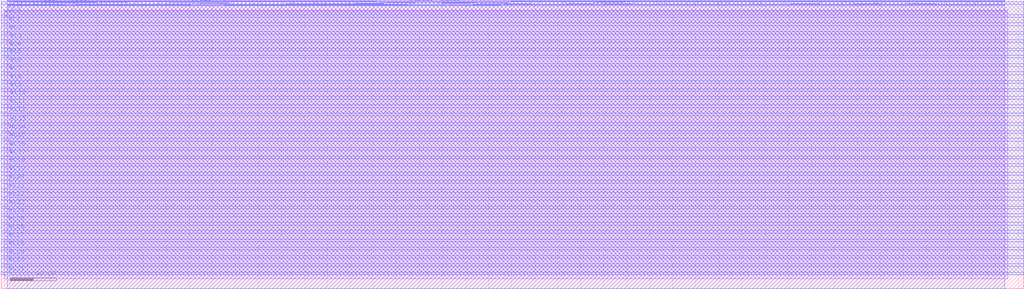
<source format=lef>
VERSION 5.7 ;
  NOWIREEXTENSIONATPIN ON ;
  DIVIDERCHAR "/" ;
  BUSBITCHARS "[]" ;
MACRO IMPACTSram
  CLASS BLOCK ;
  FOREIGN IMPACTSram ;
  ORIGIN 0.790 43.350 ;
  SIZE 221.940 BY 62.720 ;
  PIN BL0
    ANTENNADIFFAREA 6.184000 ;
    PORT
      LAYER met1 ;
        RECT 1.660 18.680 1.680 18.700 ;
    END
  END BL0
  PIN BLb0
    ANTENNADIFFAREA 6.569000 ;
    PORT
      LAYER met1 ;
        RECT 6.780 18.630 6.800 18.650 ;
    END
  END BLb0
  PIN BL1
    ANTENNADIFFAREA 6.569000 ;
    PORT
      LAYER met1 ;
        RECT 8.390 18.590 8.410 18.610 ;
    END
  END BL1
  PIN BLb1
    ANTENNADIFFAREA 6.184000 ;
    PORT
      LAYER met1 ;
        RECT 13.540 18.470 13.560 18.490 ;
    END
  END BLb1
  PIN BL2
    ANTENNADIFFAREA 6.184000 ;
    PORT
      LAYER met1 ;
        RECT 15.150 18.510 15.170 18.530 ;
    END
  END BL2
  PIN BLb2
    ANTENNADIFFAREA 6.569000 ;
    PORT
      LAYER met1 ;
        RECT 20.310 18.700 20.330 18.720 ;
    END
  END BLb2
  PIN BL3
    ANTENNADIFFAREA 6.569000 ;
    PORT
      LAYER met1 ;
        RECT 21.870 18.620 21.890 18.640 ;
    END
  END BL3
  PIN BLb3
    ANTENNADIFFAREA 6.184000 ;
    PORT
      LAYER met1 ;
        RECT 26.990 18.690 27.010 18.710 ;
    END
  END BLb3
  PIN BL4
    ANTENNADIFFAREA 6.184000 ;
    PORT
      LAYER met1 ;
        RECT 28.690 18.720 28.710 18.740 ;
    END
  END BL4
  PIN BLb4
    ANTENNADIFFAREA 6.569000 ;
    PORT
      LAYER met1 ;
        RECT 33.780 18.700 33.800 18.720 ;
    END
  END BLb4
  PIN BL5
    ANTENNADIFFAREA 6.569000 ;
    PORT
      LAYER met1 ;
        RECT 35.450 18.690 35.470 18.710 ;
    END
  END BL5
  PIN BLb5
    ANTENNADIFFAREA 6.184000 ;
    PORT
      LAYER met1 ;
        RECT 40.530 18.460 40.550 18.480 ;
    END
  END BLb5
  PIN BL6
    ANTENNADIFFAREA 6.184000 ;
    PORT
      LAYER met1 ;
        RECT 42.170 18.510 42.190 18.530 ;
    END
  END BL6
  PIN BLb6
    ANTENNADIFFAREA 6.569000 ;
    PORT
      LAYER met1 ;
        RECT 47.280 18.350 47.300 18.370 ;
    END
  END BLb6
  PIN BL7
    ANTENNADIFFAREA 6.569000 ;
    PORT
      LAYER met1 ;
        RECT 48.930 18.780 48.950 18.800 ;
    END
  END BL7
  PIN BLb7
    ANTENNADIFFAREA 6.184000 ;
    PORT
      LAYER met1 ;
        RECT 53.970 18.680 53.990 18.700 ;
    END
  END BLb7
  PIN BL8
    ANTENNADIFFAREA 6.184000 ;
    PORT
      LAYER met1 ;
        RECT 55.680 18.700 55.700 18.720 ;
    END
  END BL8
  PIN BLb8
    ANTENNADIFFAREA 6.569000 ;
    PORT
      LAYER met1 ;
        RECT 60.870 18.720 60.890 18.740 ;
    END
  END BLb8
  PIN BL9
    ANTENNADIFFAREA 6.569000 ;
    PORT
      LAYER met1 ;
        RECT 62.410 18.820 62.430 18.840 ;
    END
  END BL9
  PIN BLb9
    ANTENNADIFFAREA 6.184000 ;
    PORT
      LAYER met1 ;
        RECT 67.510 18.850 67.530 18.870 ;
    END
  END BLb9
  PIN BL10
    ANTENNADIFFAREA 6.184000 ;
    PORT
      LAYER met1 ;
        RECT 69.120 18.820 69.140 18.840 ;
    END
  END BL10
  PIN BLb10
    ANTENNADIFFAREA 6.569000 ;
    PORT
      LAYER met1 ;
        RECT 74.310 18.820 74.330 18.840 ;
    END
  END BLb10
  PIN BL11
    ANTENNADIFFAREA 6.569000 ;
    PORT
      LAYER met1 ;
        RECT 75.910 18.810 75.930 18.830 ;
    END
  END BL11
  PIN BLb11
    ANTENNADIFFAREA 6.184000 ;
    PORT
      LAYER met1 ;
        RECT 81.040 18.890 81.060 18.910 ;
    END
  END BLb11
  PIN BL12
    ANTENNADIFFAREA 6.184000 ;
    PORT
      LAYER met1 ;
        RECT 82.640 18.620 82.660 18.640 ;
    END
  END BL12
  PIN BLb12
    ANTENNADIFFAREA 6.569000 ;
    PORT
      LAYER met1 ;
        RECT 87.780 18.510 87.800 18.530 ;
    END
  END BLb12
  PIN BL13
    ANTENNADIFFAREA 6.569000 ;
    PORT
      LAYER met1 ;
        RECT 89.410 18.560 89.430 18.580 ;
    END
  END BL13
  PIN BLb13
    ANTENNADIFFAREA 6.184000 ;
    PORT
      LAYER met1 ;
        RECT 94.530 18.550 94.550 18.570 ;
    END
  END BLb13
  PIN BL14
    ANTENNADIFFAREA 6.184000 ;
    PORT
      LAYER met1 ;
        RECT 96.150 18.390 96.170 18.410 ;
    END
  END BL14
  PIN BLb14
    ANTENNADIFFAREA 6.569000 ;
    PORT
      LAYER met1 ;
        RECT 101.310 18.490 101.330 18.510 ;
    END
  END BLb14
  PIN BL15
    ANTENNADIFFAREA 6.569000 ;
    PORT
      LAYER met1 ;
        RECT 102.870 18.600 102.890 18.620 ;
    END
  END BL15
  PIN BLb15
    ANTENNADIFFAREA 6.184000 ;
    PORT
      LAYER met1 ;
        RECT 108.020 18.410 108.040 18.430 ;
    END
  END BLb15
  PIN WL0
    ANTENNAGATEAREA 4.032000 ;
    PORT
      LAYER met2 ;
        RECT 0.740 15.860 0.760 15.880 ;
    END
  END WL0
  PIN WL1
    ANTENNAGATEAREA 4.032000 ;
    PORT
      LAYER met2 ;
        RECT 0.790 14.080 0.810 14.100 ;
    END
  END WL1
  PIN WL2
    ANTENNAGATEAREA 4.032000 ;
    PORT
      LAYER met2 ;
        RECT 0.960 12.230 0.980 12.250 ;
    END
  END WL2
  PIN WL3
    ANTENNAGATEAREA 4.032000 ;
    PORT
      LAYER met2 ;
        RECT 1.040 10.460 1.060 10.480 ;
    END
  END WL3
  PIN WL4
    ANTENNAGATEAREA 4.032000 ;
    PORT
      LAYER met2 ;
        RECT 1.000 8.650 1.020 8.670 ;
    END
  END WL4
  PIN WL5
    ANTENNAGATEAREA 4.032000 ;
    PORT
      LAYER met2 ;
        RECT 1.020 7.100 1.040 7.120 ;
    END
  END WL5
  PIN WL6
    ANTENNAGATEAREA 4.032000 ;
    PORT
      LAYER met2 ;
        RECT 1.050 5.240 1.070 5.260 ;
    END
  END WL6
  PIN WL7
    ANTENNAGATEAREA 4.032000 ;
    PORT
      LAYER met2 ;
        RECT 1.010 3.470 1.030 3.490 ;
    END
  END WL7
  PIN WL8
    ANTENNAGATEAREA 4.032000 ;
    PORT
      LAYER met2 ;
        RECT 1.030 1.590 1.050 1.610 ;
    END
  END WL8
  PIN WL9
    ANTENNAGATEAREA 4.032000 ;
    PORT
      LAYER met2 ;
        RECT 1.050 -0.160 1.070 -0.140 ;
    END
  END WL9
  PIN WL10
    ANTENNAGATEAREA 4.032000 ;
    PORT
      LAYER met2 ;
        RECT 1.030 -1.870 1.050 -1.850 ;
    END
  END WL10
  PIN WL11
    ANTENNAGATEAREA 4.032000 ;
    PORT
      LAYER met2 ;
        RECT 1.020 -3.710 1.040 -3.690 ;
    END
  END WL11
  PIN WL12
    ANTENNAGATEAREA 4.032000 ;
    PORT
      LAYER met2 ;
        RECT 1.010 -5.480 1.030 -5.460 ;
    END
  END WL12
  PIN WL13
    ANTENNAGATEAREA 4.032000 ;
    PORT
      LAYER met2 ;
        RECT 1.030 -7.550 1.050 -7.530 ;
    END
  END WL13
  PIN WL14
    ANTENNAGATEAREA 4.032000 ;
    PORT
      LAYER met2 ;
        RECT 1.010 -9.260 1.030 -9.240 ;
    END
  END WL14
  PIN WL15
    ANTENNAGATEAREA 4.032000 ;
    PORT
      LAYER met2 ;
        RECT 1.010 -10.970 1.030 -10.950 ;
    END
  END WL15
  PIN WL16
    ANTENNAGATEAREA 4.032000 ;
    PORT
      LAYER met2 ;
        RECT 0.930 -12.980 0.950 -12.960 ;
    END
  END WL16
  PIN WL17
    ANTENNAGATEAREA 4.032000 ;
    PORT
      LAYER met2 ;
        RECT 0.930 -14.800 0.950 -14.780 ;
    END
  END WL17
  PIN WL18
    ANTENNAGATEAREA 4.032000 ;
    PORT
      LAYER met2 ;
        RECT 0.830 -16.480 0.850 -16.460 ;
    END
  END WL18
  PIN WL19
    ANTENNAGATEAREA 4.032000 ;
    PORT
      LAYER met2 ;
        RECT 0.850 -18.330 0.870 -18.310 ;
    END
  END WL19
  PIN WL20
    ANTENNAGATEAREA 4.032000 ;
    PORT
      LAYER met2 ;
        RECT 0.790 -20.090 0.810 -20.070 ;
    END
  END WL20
  PIN WL21
    ANTENNAGATEAREA 4.032000 ;
    PORT
      LAYER met2 ;
        RECT 0.780 -22.020 0.800 -22.000 ;
    END
  END WL21
  PIN WL22
    ANTENNAGATEAREA 4.032000 ;
    PORT
      LAYER met2 ;
        RECT 0.780 -23.760 0.800 -23.740 ;
    END
  END WL22
  PIN WL23
    ANTENNAGATEAREA 4.032000 ;
    PORT
      LAYER met2 ;
        RECT 0.810 -25.640 0.830 -25.620 ;
    END
  END WL23
  PIN WL24
    ANTENNAGATEAREA 4.032000 ;
    PORT
      LAYER met2 ;
        RECT 0.790 -27.350 0.810 -27.330 ;
    END
  END WL24
  PIN WL25
    ANTENNAGATEAREA 4.032000 ;
    PORT
      LAYER met2 ;
        RECT 0.800 -29.210 0.820 -29.190 ;
    END
  END WL25
  PIN WL26
    ANTENNAGATEAREA 4.032000 ;
    PORT
      LAYER met2 ;
        RECT 0.800 -30.930 0.820 -30.910 ;
    END
  END WL26
  PIN WL27
    ANTENNAGATEAREA 4.032000 ;
    PORT
      LAYER met2 ;
        RECT 0.790 -32.810 0.810 -32.790 ;
    END
  END WL27
  PIN WL28
    ANTENNAGATEAREA 4.032000 ;
    PORT
      LAYER met2 ;
        RECT 0.790 -34.540 0.810 -34.520 ;
    END
  END WL28
  PIN WL29
    ANTENNAGATEAREA 4.032000 ;
    PORT
      LAYER met2 ;
        RECT 0.800 -36.450 0.820 -36.430 ;
    END
  END WL29
  PIN WL30
    ANTENNAGATEAREA 4.032000 ;
    PORT
      LAYER met2 ;
        RECT 0.780 -38.140 0.800 -38.120 ;
    END
  END WL30
  PIN WL31
    ANTENNAGATEAREA 4.032000 ;
    PORT
      LAYER met2 ;
        RECT 0.790 -40.020 0.810 -40.000 ;
    END
  END WL31
  PIN BL16
    ANTENNADIFFAREA 6.184000 ;
    PORT
      LAYER met1 ;
        RECT 109.540 18.860 109.560 18.880 ;
    END
  END BL16
  PIN BLb16
    ANTENNADIFFAREA 6.569000 ;
    PORT
      LAYER met1 ;
        RECT 114.690 18.780 114.710 18.800 ;
    END
  END BLb16
  PIN BL17
    ANTENNADIFFAREA 6.569000 ;
    PORT
      LAYER met1 ;
        RECT 116.380 18.740 116.400 18.760 ;
    END
  END BL17
  PIN BLb17
    ANTENNADIFFAREA 6.184000 ;
    PORT
      LAYER met1 ;
        RECT 121.460 18.750 121.480 18.770 ;
    END
  END BLb17
  PIN BL18
    ANTENNADIFFAREA 6.184000 ;
    PORT
      LAYER met1 ;
        RECT 123.100 18.790 123.120 18.810 ;
    END
  END BL18
  PIN BLb18
    ANTENNADIFFAREA 6.569000 ;
    PORT
      LAYER met1 ;
        RECT 128.190 18.710 128.210 18.730 ;
    END
  END BLb18
  PIN BL19
    ANTENNADIFFAREA 6.569000 ;
    PORT
      LAYER met1 ;
        RECT 129.810 18.630 129.830 18.650 ;
    END
  END BL19
  PIN BLb19
    ANTENNADIFFAREA 6.184000 ;
    PORT
      LAYER met1 ;
        RECT 134.950 18.810 134.970 18.830 ;
    END
  END BLb19
  PIN BL20
    ANTENNADIFFAREA 6.184000 ;
    PORT
      LAYER met1 ;
        RECT 136.580 18.730 136.600 18.750 ;
    END
  END BL20
  PIN BLb20
    ANTENNADIFFAREA 6.569000 ;
    PORT
      LAYER met1 ;
        RECT 141.690 18.750 141.710 18.770 ;
    END
  END BLb20
  PIN BL21
    ANTENNADIFFAREA 6.569000 ;
    PORT
      LAYER met1 ;
        RECT 143.360 18.700 143.380 18.720 ;
    END
  END BL21
  PIN BLb21
    ANTENNADIFFAREA 6.184000 ;
    PORT
      LAYER met1 ;
        RECT 148.450 18.780 148.470 18.800 ;
    END
  END BLb21
  PIN BL22
    ANTENNADIFFAREA 6.184000 ;
    PORT
      LAYER met1 ;
        RECT 150.120 18.760 150.140 18.780 ;
    END
  END BL22
  PIN BLb22
    ANTENNADIFFAREA 6.569000 ;
    PORT
      LAYER met1 ;
        RECT 155.220 18.720 155.240 18.740 ;
    END
  END BLb22
  PIN BL23
    ANTENNADIFFAREA 6.569000 ;
    PORT
      LAYER met1 ;
        RECT 156.810 18.770 156.830 18.790 ;
    END
  END BL23
  PIN BLb23
    ANTENNADIFFAREA 6.184000 ;
    PORT
      LAYER met1 ;
        RECT 162.030 18.780 162.050 18.800 ;
    END
  END BLb23
  PIN BL24
    ANTENNADIFFAREA 6.184000 ;
    PORT
      LAYER met1 ;
        RECT 163.660 18.730 163.680 18.750 ;
    END
  END BL24
  PIN BLb24
    ANTENNADIFFAREA 6.569000 ;
    PORT
      LAYER met1 ;
        RECT 168.710 18.640 168.730 18.660 ;
    END
  END BLb24
  PIN BL25
    ANTENNADIFFAREA 6.569000 ;
    PORT
      LAYER met1 ;
        RECT 170.340 18.650 170.360 18.670 ;
    END
  END BL25
  PIN BLb25
    ANTENNADIFFAREA 6.184000 ;
    PORT
      LAYER met1 ;
        RECT 175.500 18.800 175.520 18.820 ;
    END
  END BLb25
  PIN BL26
    ANTENNADIFFAREA 6.184000 ;
    PORT
      LAYER met1 ;
        RECT 177.140 18.690 177.160 18.710 ;
    END
  END BL26
  PIN BLb26
    ANTENNADIFFAREA 6.569000 ;
    PORT
      LAYER met1 ;
        RECT 182.200 18.670 182.220 18.690 ;
    END
  END BLb26
  PIN BL27
    ANTENNADIFFAREA 6.569000 ;
    PORT
      LAYER met1 ;
        RECT 183.820 18.780 183.840 18.800 ;
    END
  END BL27
  PIN BLb27
    ANTENNADIFFAREA 6.184000 ;
    PORT
      LAYER met1 ;
        RECT 188.970 18.790 188.990 18.810 ;
    END
  END BLb27
  PIN BL28
    ANTENNADIFFAREA 6.184000 ;
    PORT
      LAYER met1 ;
        RECT 190.640 18.750 190.660 18.770 ;
    END
  END BL28
  PIN BLb28
    ANTENNADIFFAREA 6.569000 ;
    PORT
      LAYER met1 ;
        RECT 195.680 18.730 195.700 18.750 ;
    END
  END BLb28
  PIN BL29
    ANTENNADIFFAREA 6.569000 ;
    PORT
      LAYER met1 ;
        RECT 197.360 18.810 197.380 18.830 ;
    END
  END BL29
  PIN BLb29
    ANTENNADIFFAREA 6.184000 ;
    PORT
      LAYER met1 ;
        RECT 202.440 18.680 202.460 18.700 ;
    END
  END BLb29
  PIN BL30
    ANTENNADIFFAREA 6.184000 ;
    PORT
      LAYER met1 ;
        RECT 204.120 18.710 204.140 18.730 ;
    END
  END BL30
  PIN BLb30
    ANTENNADIFFAREA 6.569000 ;
    PORT
      LAYER met1 ;
        RECT 209.260 18.700 209.280 18.720 ;
    END
  END BLb30
  PIN BL31
    ANTENNADIFFAREA 6.569000 ;
    PORT
      LAYER met1 ;
        RECT 210.870 18.710 210.890 18.730 ;
    END
  END BL31
  PIN BLb31
    ANTENNADIFFAREA 6.184000 ;
    PORT
      LAYER met1 ;
        RECT 215.930 18.650 215.950 18.670 ;
    END
  END BLb31
  PIN VPWR
    USE POWER ;
    PORT
      LAYER met2 ;
        RECT 0.120 18.430 0.130 18.440 ;
    END
  END VPWR
  PIN VGND
    USE GROUND ;
    PORT
      LAYER li1 ;
        RECT 0.300 16.900 0.310 16.910 ;
    END
  END VGND
  OBS
      LAYER li1 ;
        RECT -0.060 17.080 217.690 17.120 ;
        RECT -0.060 16.730 0.130 17.080 ;
        RECT 0.480 16.730 217.690 17.080 ;
        RECT -0.060 -41.100 217.690 16.730 ;
      LAYER met1 ;
        RECT 0.580 19.190 217.050 19.370 ;
        RECT 0.580 19.150 80.760 19.190 ;
        RECT 0.580 19.120 67.230 19.150 ;
        RECT 0.580 19.080 62.130 19.120 ;
        RECT 0.580 19.020 48.650 19.080 ;
        RECT 0.580 19.000 28.410 19.020 ;
        RECT 0.580 18.980 20.030 19.000 ;
        RECT 0.580 18.400 1.380 18.980 ;
        RECT 1.960 18.930 20.030 18.980 ;
        RECT 1.960 18.400 6.500 18.930 ;
        RECT 0.580 18.350 6.500 18.400 ;
        RECT 7.080 18.890 20.030 18.930 ;
        RECT 7.080 18.350 8.110 18.890 ;
        RECT 0.580 18.310 8.110 18.350 ;
        RECT 8.690 18.810 20.030 18.890 ;
        RECT 8.690 18.770 14.870 18.810 ;
        RECT 8.690 18.310 13.260 18.770 ;
        RECT 0.580 18.190 13.260 18.310 ;
        RECT 13.840 18.230 14.870 18.770 ;
        RECT 15.450 18.420 20.030 18.810 ;
        RECT 20.610 18.990 28.410 19.000 ;
        RECT 20.610 18.920 26.710 18.990 ;
        RECT 20.610 18.420 21.590 18.920 ;
        RECT 15.450 18.340 21.590 18.420 ;
        RECT 22.170 18.410 26.710 18.920 ;
        RECT 27.290 18.440 28.410 18.990 ;
        RECT 28.990 19.000 48.650 19.020 ;
        RECT 28.990 18.440 33.500 19.000 ;
        RECT 27.290 18.420 33.500 18.440 ;
        RECT 34.080 18.990 48.650 19.000 ;
        RECT 34.080 18.420 35.170 18.990 ;
        RECT 27.290 18.410 35.170 18.420 ;
        RECT 35.750 18.810 48.650 18.990 ;
        RECT 35.750 18.760 41.890 18.810 ;
        RECT 35.750 18.410 40.250 18.760 ;
        RECT 22.170 18.340 40.250 18.410 ;
        RECT 15.450 18.230 40.250 18.340 ;
        RECT 13.840 18.190 40.250 18.230 ;
        RECT 0.580 18.180 40.250 18.190 ;
        RECT 40.830 18.230 41.890 18.760 ;
        RECT 42.470 18.650 48.650 18.810 ;
        RECT 42.470 18.230 47.000 18.650 ;
        RECT 40.830 18.180 47.000 18.230 ;
        RECT 0.580 18.070 47.000 18.180 ;
        RECT 47.580 18.500 48.650 18.650 ;
        RECT 49.230 19.020 62.130 19.080 ;
        RECT 49.230 19.000 60.590 19.020 ;
        RECT 49.230 18.980 55.400 19.000 ;
        RECT 49.230 18.500 53.690 18.980 ;
        RECT 47.580 18.400 53.690 18.500 ;
        RECT 54.270 18.420 55.400 18.980 ;
        RECT 55.980 18.440 60.590 19.000 ;
        RECT 61.170 18.540 62.130 19.020 ;
        RECT 62.710 18.570 67.230 19.120 ;
        RECT 67.810 19.120 80.760 19.150 ;
        RECT 67.810 18.570 68.840 19.120 ;
        RECT 62.710 18.540 68.840 18.570 ;
        RECT 69.420 18.540 74.030 19.120 ;
        RECT 74.610 19.110 80.760 19.120 ;
        RECT 74.610 18.540 75.630 19.110 ;
        RECT 61.170 18.530 75.630 18.540 ;
        RECT 76.210 18.610 80.760 19.110 ;
        RECT 81.340 19.160 217.050 19.190 ;
        RECT 81.340 18.920 109.260 19.160 ;
        RECT 81.340 18.610 82.360 18.920 ;
        RECT 76.210 18.530 82.360 18.610 ;
        RECT 61.170 18.440 82.360 18.530 ;
        RECT 55.980 18.420 82.360 18.440 ;
        RECT 54.270 18.400 82.360 18.420 ;
        RECT 47.580 18.340 82.360 18.400 ;
        RECT 82.940 18.900 109.260 18.920 ;
        RECT 82.940 18.860 102.590 18.900 ;
        RECT 82.940 18.810 89.130 18.860 ;
        RECT 82.940 18.340 87.500 18.810 ;
        RECT 47.580 18.230 87.500 18.340 ;
        RECT 88.080 18.280 89.130 18.810 ;
        RECT 89.710 18.850 102.590 18.860 ;
        RECT 89.710 18.280 94.250 18.850 ;
        RECT 88.080 18.270 94.250 18.280 ;
        RECT 94.830 18.790 102.590 18.850 ;
        RECT 94.830 18.690 101.030 18.790 ;
        RECT 94.830 18.270 95.870 18.690 ;
        RECT 88.080 18.230 95.870 18.270 ;
        RECT 47.580 18.110 95.870 18.230 ;
        RECT 96.450 18.210 101.030 18.690 ;
        RECT 101.610 18.320 102.590 18.790 ;
        RECT 103.170 18.710 109.260 18.900 ;
        RECT 103.170 18.320 107.740 18.710 ;
        RECT 101.610 18.210 107.740 18.320 ;
        RECT 96.450 18.130 107.740 18.210 ;
        RECT 108.320 18.580 109.260 18.710 ;
        RECT 109.840 19.110 217.050 19.160 ;
        RECT 109.840 19.090 134.670 19.110 ;
        RECT 109.840 19.080 122.820 19.090 ;
        RECT 109.840 18.580 114.410 19.080 ;
        RECT 108.320 18.500 114.410 18.580 ;
        RECT 114.990 19.050 122.820 19.080 ;
        RECT 114.990 19.040 121.180 19.050 ;
        RECT 114.990 18.500 116.100 19.040 ;
        RECT 108.320 18.460 116.100 18.500 ;
        RECT 116.680 18.470 121.180 19.040 ;
        RECT 121.760 18.510 122.820 19.050 ;
        RECT 123.400 19.010 134.670 19.090 ;
        RECT 123.400 18.510 127.910 19.010 ;
        RECT 121.760 18.470 127.910 18.510 ;
        RECT 116.680 18.460 127.910 18.470 ;
        RECT 108.320 18.430 127.910 18.460 ;
        RECT 128.490 18.930 134.670 19.010 ;
        RECT 128.490 18.430 129.530 18.930 ;
        RECT 108.320 18.350 129.530 18.430 ;
        RECT 130.110 18.530 134.670 18.930 ;
        RECT 135.250 19.100 197.080 19.110 ;
        RECT 135.250 19.080 175.220 19.100 ;
        RECT 135.250 19.050 148.170 19.080 ;
        RECT 135.250 19.030 141.410 19.050 ;
        RECT 135.250 18.530 136.300 19.030 ;
        RECT 130.110 18.450 136.300 18.530 ;
        RECT 136.880 18.470 141.410 19.030 ;
        RECT 141.990 19.000 148.170 19.050 ;
        RECT 141.990 18.470 143.080 19.000 ;
        RECT 136.880 18.450 143.080 18.470 ;
        RECT 130.110 18.420 143.080 18.450 ;
        RECT 143.660 18.500 148.170 19.000 ;
        RECT 148.750 19.070 161.750 19.080 ;
        RECT 148.750 19.060 156.530 19.070 ;
        RECT 148.750 18.500 149.840 19.060 ;
        RECT 143.660 18.480 149.840 18.500 ;
        RECT 150.420 19.020 156.530 19.060 ;
        RECT 150.420 18.480 154.940 19.020 ;
        RECT 143.660 18.440 154.940 18.480 ;
        RECT 155.520 18.490 156.530 19.020 ;
        RECT 157.110 18.500 161.750 19.070 ;
        RECT 162.330 19.030 175.220 19.080 ;
        RECT 162.330 18.500 163.380 19.030 ;
        RECT 157.110 18.490 163.380 18.500 ;
        RECT 155.520 18.450 163.380 18.490 ;
        RECT 163.960 18.950 175.220 19.030 ;
        RECT 163.960 18.940 170.060 18.950 ;
        RECT 163.960 18.450 168.430 18.940 ;
        RECT 155.520 18.440 168.430 18.450 ;
        RECT 143.660 18.420 168.430 18.440 ;
        RECT 130.110 18.360 168.430 18.420 ;
        RECT 169.010 18.370 170.060 18.940 ;
        RECT 170.640 18.520 175.220 18.950 ;
        RECT 175.800 19.090 197.080 19.100 ;
        RECT 175.800 19.080 188.690 19.090 ;
        RECT 175.800 18.990 183.540 19.080 ;
        RECT 175.800 18.520 176.860 18.990 ;
        RECT 170.640 18.410 176.860 18.520 ;
        RECT 177.440 18.970 183.540 18.990 ;
        RECT 177.440 18.410 181.920 18.970 ;
        RECT 170.640 18.390 181.920 18.410 ;
        RECT 182.500 18.500 183.540 18.970 ;
        RECT 184.120 18.510 188.690 19.080 ;
        RECT 189.270 19.050 197.080 19.090 ;
        RECT 189.270 18.510 190.360 19.050 ;
        RECT 184.120 18.500 190.360 18.510 ;
        RECT 182.500 18.470 190.360 18.500 ;
        RECT 190.940 19.030 197.080 19.050 ;
        RECT 190.940 18.470 195.400 19.030 ;
        RECT 182.500 18.450 195.400 18.470 ;
        RECT 195.980 18.530 197.080 19.030 ;
        RECT 197.660 19.010 217.050 19.110 ;
        RECT 197.660 18.980 203.840 19.010 ;
        RECT 197.660 18.530 202.160 18.980 ;
        RECT 195.980 18.450 202.160 18.530 ;
        RECT 182.500 18.400 202.160 18.450 ;
        RECT 202.740 18.430 203.840 18.980 ;
        RECT 204.420 19.000 210.590 19.010 ;
        RECT 204.420 18.430 208.980 19.000 ;
        RECT 202.740 18.420 208.980 18.430 ;
        RECT 209.560 18.430 210.590 19.000 ;
        RECT 211.170 18.950 217.050 19.010 ;
        RECT 211.170 18.430 215.650 18.950 ;
        RECT 209.560 18.420 215.650 18.430 ;
        RECT 202.740 18.400 215.650 18.420 ;
        RECT 182.500 18.390 215.650 18.400 ;
        RECT 170.640 18.370 215.650 18.390 ;
        RECT 216.230 18.370 217.050 18.950 ;
        RECT 169.010 18.360 217.050 18.370 ;
        RECT 130.110 18.350 217.050 18.360 ;
        RECT 108.320 18.130 217.050 18.350 ;
        RECT 96.450 18.110 217.050 18.130 ;
        RECT 47.580 18.070 217.050 18.110 ;
        RECT 0.580 -43.350 217.050 18.070 ;
      LAYER met2 ;
        RECT -0.790 18.440 221.150 18.980 ;
        RECT -0.790 18.430 0.120 18.440 ;
        RECT 0.410 18.430 221.150 18.440 ;
        RECT -0.790 16.160 221.150 18.430 ;
        RECT -0.790 15.580 0.460 16.160 ;
        RECT 1.040 15.580 221.150 16.160 ;
        RECT -0.790 14.380 221.150 15.580 ;
        RECT -0.790 13.800 0.510 14.380 ;
        RECT 1.090 13.800 221.150 14.380 ;
        RECT -0.790 12.530 221.150 13.800 ;
        RECT -0.790 11.950 0.680 12.530 ;
        RECT 1.260 11.950 221.150 12.530 ;
        RECT -0.790 10.760 221.150 11.950 ;
        RECT -0.790 10.180 0.760 10.760 ;
        RECT 1.340 10.180 221.150 10.760 ;
        RECT -0.790 8.950 221.150 10.180 ;
        RECT -0.790 8.370 0.720 8.950 ;
        RECT 1.300 8.370 221.150 8.950 ;
        RECT -0.790 7.400 221.150 8.370 ;
        RECT -0.790 6.820 0.740 7.400 ;
        RECT 1.320 6.820 221.150 7.400 ;
        RECT -0.790 5.540 221.150 6.820 ;
        RECT -0.790 4.960 0.770 5.540 ;
        RECT 1.350 4.960 221.150 5.540 ;
        RECT -0.790 3.770 221.150 4.960 ;
        RECT -0.790 3.190 0.730 3.770 ;
        RECT 1.310 3.190 221.150 3.770 ;
        RECT -0.790 1.890 221.150 3.190 ;
        RECT -0.790 1.310 0.750 1.890 ;
        RECT 1.330 1.310 221.150 1.890 ;
        RECT -0.790 0.140 221.150 1.310 ;
        RECT -0.790 -0.440 0.770 0.140 ;
        RECT 1.350 -0.440 221.150 0.140 ;
        RECT -0.790 -1.570 221.150 -0.440 ;
        RECT -0.790 -2.150 0.750 -1.570 ;
        RECT 1.330 -2.150 221.150 -1.570 ;
        RECT -0.790 -3.410 221.150 -2.150 ;
        RECT -0.790 -3.990 0.740 -3.410 ;
        RECT 1.320 -3.990 221.150 -3.410 ;
        RECT -0.790 -5.180 221.150 -3.990 ;
        RECT -0.790 -5.760 0.730 -5.180 ;
        RECT 1.310 -5.760 221.150 -5.180 ;
        RECT -0.790 -7.250 221.150 -5.760 ;
        RECT -0.790 -7.830 0.750 -7.250 ;
        RECT 1.330 -7.830 221.150 -7.250 ;
        RECT -0.790 -8.960 221.150 -7.830 ;
        RECT -0.790 -9.540 0.730 -8.960 ;
        RECT 1.310 -9.540 221.150 -8.960 ;
        RECT -0.790 -10.670 221.150 -9.540 ;
        RECT -0.790 -11.250 0.730 -10.670 ;
        RECT 1.310 -11.250 221.150 -10.670 ;
        RECT -0.790 -12.680 221.150 -11.250 ;
        RECT -0.790 -13.260 0.650 -12.680 ;
        RECT 1.230 -13.260 221.150 -12.680 ;
        RECT -0.790 -14.500 221.150 -13.260 ;
        RECT -0.790 -15.080 0.650 -14.500 ;
        RECT 1.230 -15.080 221.150 -14.500 ;
        RECT -0.790 -16.180 221.150 -15.080 ;
        RECT -0.790 -16.760 0.550 -16.180 ;
        RECT 1.130 -16.760 221.150 -16.180 ;
        RECT -0.790 -18.030 221.150 -16.760 ;
        RECT -0.790 -18.610 0.570 -18.030 ;
        RECT 1.150 -18.610 221.150 -18.030 ;
        RECT -0.790 -19.790 221.150 -18.610 ;
        RECT -0.790 -20.370 0.510 -19.790 ;
        RECT 1.090 -20.370 221.150 -19.790 ;
        RECT -0.790 -21.720 221.150 -20.370 ;
        RECT -0.790 -22.300 0.500 -21.720 ;
        RECT 1.080 -22.300 221.150 -21.720 ;
        RECT -0.790 -23.460 221.150 -22.300 ;
        RECT -0.790 -24.040 0.500 -23.460 ;
        RECT 1.080 -24.040 221.150 -23.460 ;
        RECT -0.790 -25.340 221.150 -24.040 ;
        RECT -0.790 -25.920 0.530 -25.340 ;
        RECT 1.110 -25.920 221.150 -25.340 ;
        RECT -0.790 -27.050 221.150 -25.920 ;
        RECT -0.790 -27.630 0.510 -27.050 ;
        RECT 1.090 -27.630 221.150 -27.050 ;
        RECT -0.790 -28.910 221.150 -27.630 ;
        RECT -0.790 -29.490 0.520 -28.910 ;
        RECT 1.100 -29.490 221.150 -28.910 ;
        RECT -0.790 -30.630 221.150 -29.490 ;
        RECT -0.790 -31.210 0.520 -30.630 ;
        RECT 1.100 -31.210 221.150 -30.630 ;
        RECT -0.790 -32.510 221.150 -31.210 ;
        RECT -0.790 -33.090 0.510 -32.510 ;
        RECT 1.090 -33.090 221.150 -32.510 ;
        RECT -0.790 -34.240 221.150 -33.090 ;
        RECT -0.790 -34.820 0.510 -34.240 ;
        RECT 1.090 -34.820 221.150 -34.240 ;
        RECT -0.790 -36.150 221.150 -34.820 ;
        RECT -0.790 -36.730 0.520 -36.150 ;
        RECT 1.100 -36.730 221.150 -36.150 ;
        RECT -0.790 -37.840 221.150 -36.730 ;
        RECT -0.790 -38.420 0.500 -37.840 ;
        RECT 1.080 -38.420 221.150 -37.840 ;
        RECT -0.790 -39.720 221.150 -38.420 ;
        RECT -0.790 -40.250 0.510 -39.720 ;
        RECT 1.090 -40.250 221.150 -39.720 ;
  END
END IMPACTSram
END LIBRARY


</source>
